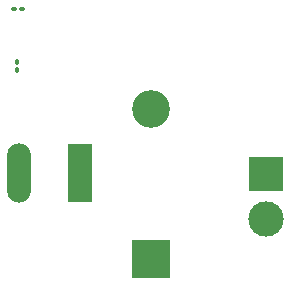
<source format=gbr>
G04 #@! TF.GenerationSoftware,KiCad,Pcbnew,9.0.1*
G04 #@! TF.CreationDate,2026-02-11T02:11:43+05:30*
G04 #@! TF.ProjectId,kicadfiles.txt,6b696361-6466-4696-9c65-732e7478742e,rev?*
G04 #@! TF.SameCoordinates,Original*
G04 #@! TF.FileFunction,Soldermask,Top*
G04 #@! TF.FilePolarity,Negative*
%FSLAX46Y46*%
G04 Gerber Fmt 4.6, Leading zero omitted, Abs format (unit mm)*
G04 Created by KiCad (PCBNEW 9.0.1) date 2026-02-11 02:11:43*
%MOMM*%
%LPD*%
G01*
G04 APERTURE LIST*
G04 Aperture macros list*
%AMRoundRect*
0 Rectangle with rounded corners*
0 $1 Rounding radius*
0 $2 $3 $4 $5 $6 $7 $8 $9 X,Y pos of 4 corners*
0 Add a 4 corners polygon primitive as box body*
4,1,4,$2,$3,$4,$5,$6,$7,$8,$9,$2,$3,0*
0 Add four circle primitives for the rounded corners*
1,1,$1+$1,$2,$3*
1,1,$1+$1,$4,$5*
1,1,$1+$1,$6,$7*
1,1,$1+$1,$8,$9*
0 Add four rect primitives between the rounded corners*
20,1,$1+$1,$2,$3,$4,$5,0*
20,1,$1+$1,$4,$5,$6,$7,0*
20,1,$1+$1,$6,$7,$8,$9,0*
20,1,$1+$1,$8,$9,$2,$3,0*%
G04 Aperture macros list end*
%ADD10R,3.000000X3.000000*%
%ADD11C,3.000000*%
%ADD12RoundRect,0.100000X-0.100000X0.130000X-0.100000X-0.130000X0.100000X-0.130000X0.100000X0.130000X0*%
%ADD13R,2.020000X5.020000*%
%ADD14O,2.020000X5.020000*%
%ADD15R,3.200000X3.200000*%
%ADD16O,3.200000X3.200000*%
%ADD17RoundRect,0.100000X0.130000X0.100000X-0.130000X0.100000X-0.130000X-0.100000X0.130000X-0.100000X0*%
G04 APERTURE END LIST*
D10*
X162230000Y-83842500D03*
D11*
X162230000Y-87722500D03*
D12*
X141135000Y-74430000D03*
X141135000Y-75070000D03*
D13*
X146500000Y-83800000D03*
D14*
X141320000Y-83800000D03*
D15*
X152480000Y-91100000D03*
D16*
X152480000Y-78400000D03*
D17*
X141560000Y-69870000D03*
X140920000Y-69870000D03*
M02*

</source>
